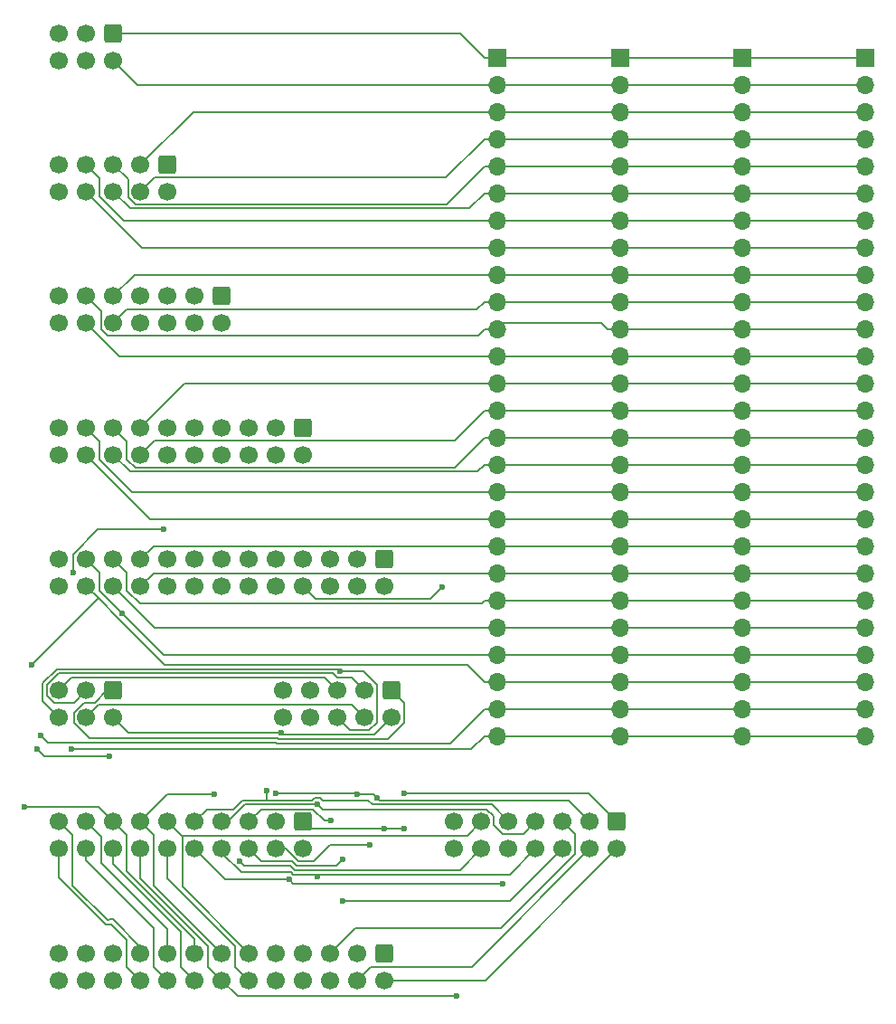
<source format=gbr>
%TF.GenerationSoftware,KiCad,Pcbnew,9.0.0*%
%TF.CreationDate,2025-04-12T15:14:54+10:00*%
%TF.ProjectId,Cable Pass Through,4361626c-6520-4506-9173-73205468726f,rev?*%
%TF.SameCoordinates,Original*%
%TF.FileFunction,Copper,L1,Top*%
%TF.FilePolarity,Positive*%
%FSLAX46Y46*%
G04 Gerber Fmt 4.6, Leading zero omitted, Abs format (unit mm)*
G04 Created by KiCad (PCBNEW 9.0.0) date 2025-04-12 15:14:54*
%MOMM*%
%LPD*%
G01*
G04 APERTURE LIST*
G04 Aperture macros list*
%AMRoundRect*
0 Rectangle with rounded corners*
0 $1 Rounding radius*
0 $2 $3 $4 $5 $6 $7 $8 $9 X,Y pos of 4 corners*
0 Add a 4 corners polygon primitive as box body*
4,1,4,$2,$3,$4,$5,$6,$7,$8,$9,$2,$3,0*
0 Add four circle primitives for the rounded corners*
1,1,$1+$1,$2,$3*
1,1,$1+$1,$4,$5*
1,1,$1+$1,$6,$7*
1,1,$1+$1,$8,$9*
0 Add four rect primitives between the rounded corners*
20,1,$1+$1,$2,$3,$4,$5,0*
20,1,$1+$1,$4,$5,$6,$7,0*
20,1,$1+$1,$6,$7,$8,$9,0*
20,1,$1+$1,$8,$9,$2,$3,0*%
G04 Aperture macros list end*
%TA.AperFunction,ComponentPad*%
%ADD10R,1.700000X1.700000*%
%TD*%
%TA.AperFunction,ComponentPad*%
%ADD11O,1.700000X1.700000*%
%TD*%
%TA.AperFunction,ComponentPad*%
%ADD12RoundRect,0.250000X-0.600000X0.600000X-0.600000X-0.600000X0.600000X-0.600000X0.600000X0.600000X0*%
%TD*%
%TA.AperFunction,ComponentPad*%
%ADD13C,1.700000*%
%TD*%
%TA.AperFunction,ViaPad*%
%ADD14C,0.600000*%
%TD*%
%TA.AperFunction,Conductor*%
%ADD15C,0.200000*%
%TD*%
G04 APERTURE END LIST*
D10*
%TO.P,J14,1,Pin_1*%
%TO.N,/PIN_01*%
X131000000Y-45240000D03*
D11*
%TO.P,J14,2,Pin_2*%
%TO.N,/PIN_02*%
X131000000Y-47780000D03*
%TO.P,J14,3,Pin_3*%
%TO.N,/PIN_03*%
X131000000Y-50320000D03*
%TO.P,J14,4,Pin_4*%
%TO.N,/PIN_04*%
X131000000Y-52860000D03*
%TO.P,J14,5,Pin_5*%
%TO.N,/PIN_05*%
X131000000Y-55400000D03*
%TO.P,J14,6,Pin_6*%
%TO.N,/PIN_06*%
X131000000Y-57940000D03*
%TO.P,J14,7,Pin_7*%
%TO.N,/PIN_07*%
X131000000Y-60480000D03*
%TO.P,J14,8,Pin_8*%
%TO.N,/PIN_08*%
X131000000Y-63020000D03*
%TO.P,J14,9,Pin_9*%
%TO.N,/PIN_09*%
X131000000Y-65560000D03*
%TO.P,J14,10,Pin_10*%
%TO.N,/PIN_10*%
X131000000Y-68100000D03*
%TO.P,J14,11,Pin_11*%
%TO.N,/PIN_11*%
X131000000Y-70640000D03*
%TO.P,J14,12,Pin_12*%
%TO.N,/PIN_12*%
X131000000Y-73180000D03*
%TO.P,J14,13,Pin_13*%
%TO.N,/PIN_13*%
X131000000Y-75720000D03*
%TO.P,J14,14,Pin_14*%
%TO.N,/PIN_14*%
X131000000Y-78260000D03*
%TO.P,J14,15,Pin_15*%
%TO.N,/PIN_15*%
X131000000Y-80800000D03*
%TO.P,J14,16,Pin_16*%
%TO.N,/PIN_16*%
X131000000Y-83340000D03*
%TO.P,J14,17,Pin_17*%
%TO.N,/PIN_17*%
X131000000Y-85880000D03*
%TO.P,J14,18,Pin_18*%
%TO.N,/PIN_18*%
X131000000Y-88420000D03*
%TO.P,J14,19,Pin_19*%
%TO.N,/PIN_19*%
X131000000Y-90960000D03*
%TO.P,J14,20,Pin_20*%
%TO.N,/PIN_20*%
X131000000Y-93500000D03*
%TO.P,J14,21,Pin_21*%
%TO.N,/PIN_21*%
X131000000Y-96040000D03*
%TO.P,J14,22,Pin_22*%
%TO.N,/PIN_22*%
X131000000Y-98580000D03*
%TO.P,J14,23,Pin_23*%
%TO.N,/PIN_23*%
X131000000Y-101120000D03*
%TO.P,J14,24,Pin_24*%
%TO.N,/PIN_24*%
X131000000Y-103660000D03*
%TO.P,J14,25,Pin_25*%
%TO.N,/PIN_25*%
X131000000Y-106200000D03*
%TO.P,J14,26,Pin_26*%
%TO.N,/PIN_26*%
X131000000Y-108740000D03*
%TD*%
D10*
%TO.P,J13,1,Pin_1*%
%TO.N,/PIN_01*%
X119500000Y-45240000D03*
D11*
%TO.P,J13,2,Pin_2*%
%TO.N,/PIN_02*%
X119500000Y-47780000D03*
%TO.P,J13,3,Pin_3*%
%TO.N,/PIN_03*%
X119500000Y-50320000D03*
%TO.P,J13,4,Pin_4*%
%TO.N,/PIN_04*%
X119500000Y-52860000D03*
%TO.P,J13,5,Pin_5*%
%TO.N,/PIN_05*%
X119500000Y-55400000D03*
%TO.P,J13,6,Pin_6*%
%TO.N,/PIN_06*%
X119500000Y-57940000D03*
%TO.P,J13,7,Pin_7*%
%TO.N,/PIN_07*%
X119500000Y-60480000D03*
%TO.P,J13,8,Pin_8*%
%TO.N,/PIN_08*%
X119500000Y-63020000D03*
%TO.P,J13,9,Pin_9*%
%TO.N,/PIN_09*%
X119500000Y-65560000D03*
%TO.P,J13,10,Pin_10*%
%TO.N,/PIN_10*%
X119500000Y-68100000D03*
%TO.P,J13,11,Pin_11*%
%TO.N,/PIN_11*%
X119500000Y-70640000D03*
%TO.P,J13,12,Pin_12*%
%TO.N,/PIN_12*%
X119500000Y-73180000D03*
%TO.P,J13,13,Pin_13*%
%TO.N,/PIN_13*%
X119500000Y-75720000D03*
%TO.P,J13,14,Pin_14*%
%TO.N,/PIN_14*%
X119500000Y-78260000D03*
%TO.P,J13,15,Pin_15*%
%TO.N,/PIN_15*%
X119500000Y-80800000D03*
%TO.P,J13,16,Pin_16*%
%TO.N,/PIN_16*%
X119500000Y-83340000D03*
%TO.P,J13,17,Pin_17*%
%TO.N,/PIN_17*%
X119500000Y-85880000D03*
%TO.P,J13,18,Pin_18*%
%TO.N,/PIN_18*%
X119500000Y-88420000D03*
%TO.P,J13,19,Pin_19*%
%TO.N,/PIN_19*%
X119500000Y-90960000D03*
%TO.P,J13,20,Pin_20*%
%TO.N,/PIN_20*%
X119500000Y-93500000D03*
%TO.P,J13,21,Pin_21*%
%TO.N,/PIN_21*%
X119500000Y-96040000D03*
%TO.P,J13,22,Pin_22*%
%TO.N,/PIN_22*%
X119500000Y-98580000D03*
%TO.P,J13,23,Pin_23*%
%TO.N,/PIN_23*%
X119500000Y-101120000D03*
%TO.P,J13,24,Pin_24*%
%TO.N,/PIN_24*%
X119500000Y-103660000D03*
%TO.P,J13,25,Pin_25*%
%TO.N,/PIN_25*%
X119500000Y-106200000D03*
%TO.P,J13,26,Pin_26*%
%TO.N,/PIN_26*%
X119500000Y-108740000D03*
%TD*%
D10*
%TO.P,J12,1,Pin_1*%
%TO.N,/PIN_01*%
X108000000Y-45240000D03*
D11*
%TO.P,J12,2,Pin_2*%
%TO.N,/PIN_02*%
X108000000Y-47780000D03*
%TO.P,J12,3,Pin_3*%
%TO.N,/PIN_03*%
X108000000Y-50320000D03*
%TO.P,J12,4,Pin_4*%
%TO.N,/PIN_04*%
X108000000Y-52860000D03*
%TO.P,J12,5,Pin_5*%
%TO.N,/PIN_05*%
X108000000Y-55400000D03*
%TO.P,J12,6,Pin_6*%
%TO.N,/PIN_06*%
X108000000Y-57940000D03*
%TO.P,J12,7,Pin_7*%
%TO.N,/PIN_07*%
X108000000Y-60480000D03*
%TO.P,J12,8,Pin_8*%
%TO.N,/PIN_08*%
X108000000Y-63020000D03*
%TO.P,J12,9,Pin_9*%
%TO.N,/PIN_09*%
X108000000Y-65560000D03*
%TO.P,J12,10,Pin_10*%
%TO.N,/PIN_10*%
X108000000Y-68100000D03*
%TO.P,J12,11,Pin_11*%
%TO.N,/PIN_11*%
X108000000Y-70640000D03*
%TO.P,J12,12,Pin_12*%
%TO.N,/PIN_12*%
X108000000Y-73180000D03*
%TO.P,J12,13,Pin_13*%
%TO.N,/PIN_13*%
X108000000Y-75720000D03*
%TO.P,J12,14,Pin_14*%
%TO.N,/PIN_14*%
X108000000Y-78260000D03*
%TO.P,J12,15,Pin_15*%
%TO.N,/PIN_15*%
X108000000Y-80800000D03*
%TO.P,J12,16,Pin_16*%
%TO.N,/PIN_16*%
X108000000Y-83340000D03*
%TO.P,J12,17,Pin_17*%
%TO.N,/PIN_17*%
X108000000Y-85880000D03*
%TO.P,J12,18,Pin_18*%
%TO.N,/PIN_18*%
X108000000Y-88420000D03*
%TO.P,J12,19,Pin_19*%
%TO.N,/PIN_19*%
X108000000Y-90960000D03*
%TO.P,J12,20,Pin_20*%
%TO.N,/PIN_20*%
X108000000Y-93500000D03*
%TO.P,J12,21,Pin_21*%
%TO.N,/PIN_21*%
X108000000Y-96040000D03*
%TO.P,J12,22,Pin_22*%
%TO.N,/PIN_22*%
X108000000Y-98580000D03*
%TO.P,J12,23,Pin_23*%
%TO.N,/PIN_23*%
X108000000Y-101120000D03*
%TO.P,J12,24,Pin_24*%
%TO.N,/PIN_24*%
X108000000Y-103660000D03*
%TO.P,J12,25,Pin_25*%
%TO.N,/PIN_25*%
X108000000Y-106200000D03*
%TO.P,J12,26,Pin_26*%
%TO.N,/PIN_26*%
X108000000Y-108740000D03*
%TD*%
D10*
%TO.P,J3,1,Pin_1*%
%TO.N,/PIN_01*%
X96500000Y-45240000D03*
D11*
%TO.P,J3,2,Pin_2*%
%TO.N,/PIN_02*%
X96500000Y-47780000D03*
%TO.P,J3,3,Pin_3*%
%TO.N,/PIN_03*%
X96500000Y-50320000D03*
%TO.P,J3,4,Pin_4*%
%TO.N,/PIN_04*%
X96500000Y-52860000D03*
%TO.P,J3,5,Pin_5*%
%TO.N,/PIN_05*%
X96500000Y-55400000D03*
%TO.P,J3,6,Pin_6*%
%TO.N,/PIN_06*%
X96500000Y-57940000D03*
%TO.P,J3,7,Pin_7*%
%TO.N,/PIN_07*%
X96500000Y-60480000D03*
%TO.P,J3,8,Pin_8*%
%TO.N,/PIN_08*%
X96500000Y-63020000D03*
%TO.P,J3,9,Pin_9*%
%TO.N,/PIN_09*%
X96500000Y-65560000D03*
%TO.P,J3,10,Pin_10*%
%TO.N,/PIN_10*%
X96500000Y-68100000D03*
%TO.P,J3,11,Pin_11*%
%TO.N,/PIN_11*%
X96500000Y-70640000D03*
%TO.P,J3,12,Pin_12*%
%TO.N,/PIN_12*%
X96500000Y-73180000D03*
%TO.P,J3,13,Pin_13*%
%TO.N,/PIN_13*%
X96500000Y-75720000D03*
%TO.P,J3,14,Pin_14*%
%TO.N,/PIN_14*%
X96500000Y-78260000D03*
%TO.P,J3,15,Pin_15*%
%TO.N,/PIN_15*%
X96500000Y-80800000D03*
%TO.P,J3,16,Pin_16*%
%TO.N,/PIN_16*%
X96500000Y-83340000D03*
%TO.P,J3,17,Pin_17*%
%TO.N,/PIN_17*%
X96500000Y-85880000D03*
%TO.P,J3,18,Pin_18*%
%TO.N,/PIN_18*%
X96500000Y-88420000D03*
%TO.P,J3,19,Pin_19*%
%TO.N,/PIN_19*%
X96500000Y-90960000D03*
%TO.P,J3,20,Pin_20*%
%TO.N,/PIN_20*%
X96500000Y-93500000D03*
%TO.P,J3,21,Pin_21*%
%TO.N,/PIN_21*%
X96500000Y-96040000D03*
%TO.P,J3,22,Pin_22*%
%TO.N,/PIN_22*%
X96500000Y-98580000D03*
%TO.P,J3,23,Pin_23*%
%TO.N,/PIN_23*%
X96500000Y-101120000D03*
%TO.P,J3,24,Pin_24*%
%TO.N,/PIN_24*%
X96500000Y-103660000D03*
%TO.P,J3,25,Pin_25*%
%TO.N,/PIN_25*%
X96500000Y-106200000D03*
%TO.P,J3,26,Pin_26*%
%TO.N,/PIN_26*%
X96500000Y-108740000D03*
%TD*%
D12*
%TO.P,J6,1,Pin_1*%
%TO.N,/PIN_01*%
X78350000Y-79862600D03*
D13*
%TO.P,J6,2,Pin_2*%
%TO.N,/PIN_02*%
X78350000Y-82402600D03*
%TO.P,J6,3,Pin_3*%
%TO.N,/PIN_03*%
X75810000Y-79862600D03*
%TO.P,J6,4,Pin_4*%
%TO.N,/PIN_04*%
X75810000Y-82402600D03*
%TO.P,J6,5,Pin_5*%
%TO.N,/PIN_05*%
X73270000Y-79862600D03*
%TO.P,J6,6,Pin_6*%
%TO.N,/PIN_06*%
X73270000Y-82402600D03*
%TO.P,J6,7,Pin_7*%
%TO.N,/PIN_07*%
X70730000Y-79862600D03*
%TO.P,J6,8,Pin_8*%
%TO.N,/PIN_08*%
X70730000Y-82402600D03*
%TO.P,J6,9,Pin_9*%
%TO.N,/PIN_09*%
X68190000Y-79862600D03*
%TO.P,J6,10,Pin_10*%
%TO.N,/PIN_10*%
X68190000Y-82402600D03*
%TO.P,J6,11,Pin_11*%
%TO.N,/PIN_11*%
X65650000Y-79862600D03*
%TO.P,J6,12,Pin_12*%
%TO.N,/PIN_12*%
X65650000Y-82402600D03*
%TO.P,J6,13,Pin_13*%
%TO.N,/PIN_13*%
X63110000Y-79862600D03*
%TO.P,J6,14,Pin_14*%
%TO.N,/PIN_14*%
X63110000Y-82402600D03*
%TO.P,J6,15,Pin_15*%
%TO.N,/PIN_15*%
X60570000Y-79862600D03*
%TO.P,J6,16,Pin_16*%
%TO.N,/PIN_16*%
X60570000Y-82402600D03*
%TO.P,J6,17,Pin_17*%
%TO.N,/PIN_17*%
X58030000Y-79862600D03*
%TO.P,J6,18,Pin_18*%
%TO.N,/PIN_18*%
X58030000Y-82402600D03*
%TO.P,J6,19,Pin_19*%
%TO.N,/PIN_19*%
X55490000Y-79862600D03*
%TO.P,J6,20,Pin_20*%
%TO.N,/PIN_20*%
X55490000Y-82402600D03*
%TD*%
D12*
%TO.P,J10,1,Pin_1*%
%TO.N,/PIN_01*%
X78350000Y-116765100D03*
D13*
%TO.P,J10,2,Pin_2*%
%TO.N,/PIN_02*%
X78350000Y-119305100D03*
%TO.P,J10,3,Pin_3*%
%TO.N,/PIN_03*%
X75810000Y-116765100D03*
%TO.P,J10,4,Pin_4*%
%TO.N,/PIN_04*%
X75810000Y-119305100D03*
%TO.P,J10,5,Pin_5*%
%TO.N,/PIN_05*%
X73270000Y-116765100D03*
%TO.P,J10,6,Pin_6*%
%TO.N,/PIN_06*%
X73270000Y-119305100D03*
%TO.P,J10,7,Pin_7*%
%TO.N,/PIN_07*%
X70730000Y-116765100D03*
%TO.P,J10,8,Pin_8*%
%TO.N,/PIN_08*%
X70730000Y-119305100D03*
%TO.P,J10,9,Pin_9*%
%TO.N,/PIN_09*%
X68190000Y-116765100D03*
%TO.P,J10,10,Pin_10*%
%TO.N,/PIN_10*%
X68190000Y-119305100D03*
%TO.P,J10,11,Pin_11*%
%TO.N,/PIN_11*%
X65650000Y-116765100D03*
%TO.P,J10,12,Pin_12*%
%TO.N,/PIN_12*%
X65650000Y-119305100D03*
%TO.P,J10,13,Pin_13*%
%TO.N,/PIN_13*%
X63110000Y-116765100D03*
%TO.P,J10,14,Pin_14*%
%TO.N,/PIN_14*%
X63110000Y-119305100D03*
%TO.P,J10,15,Pin_15*%
%TO.N,/PIN_15*%
X60570000Y-116765100D03*
%TO.P,J10,16,Pin_16*%
%TO.N,/PIN_16*%
X60570000Y-119305100D03*
%TO.P,J10,17,Pin_17*%
%TO.N,/PIN_17*%
X58030000Y-116765100D03*
%TO.P,J10,18,Pin_18*%
%TO.N,/PIN_18*%
X58030000Y-119305100D03*
%TO.P,J10,19,Pin_19*%
%TO.N,/PIN_19*%
X55490000Y-116765100D03*
%TO.P,J10,20,Pin_20*%
%TO.N,/PIN_20*%
X55490000Y-119305100D03*
%TD*%
D12*
%TO.P,J8,1,Pin_1*%
%TO.N,/PIN_01*%
X86620000Y-104464300D03*
D13*
%TO.P,J8,2,Pin_2*%
%TO.N,/PIN_02*%
X86620000Y-107004300D03*
%TO.P,J8,3,Pin_3*%
%TO.N,/PIN_03*%
X84080000Y-104464300D03*
%TO.P,J8,4,Pin_4*%
%TO.N,/PIN_04*%
X84080000Y-107004300D03*
%TO.P,J8,5,Pin_5*%
%TO.N,/PIN_05*%
X81540000Y-104464300D03*
%TO.P,J8,6,Pin_6*%
%TO.N,/PIN_06*%
X81540000Y-107004300D03*
%TO.P,J8,7,Pin_7*%
%TO.N,/PIN_07*%
X79000000Y-104464300D03*
%TO.P,J8,8,Pin_8*%
%TO.N,/PIN_08*%
X79000000Y-107004300D03*
%TO.P,J8,9,Pin_9*%
%TO.N,/PIN_09*%
X76460000Y-104464300D03*
%TO.P,J8,10,Pin_10*%
%TO.N,/PIN_10*%
X76460000Y-107004300D03*
%TD*%
D12*
%TO.P,J4,1,Pin_1*%
%TO.N,/PIN_01*%
X65650000Y-55260900D03*
D13*
%TO.P,J4,2,Pin_2*%
%TO.N,/PIN_02*%
X65650000Y-57800900D03*
%TO.P,J4,3,Pin_3*%
%TO.N,/PIN_03*%
X63110000Y-55260900D03*
%TO.P,J4,4,Pin_4*%
%TO.N,/PIN_04*%
X63110000Y-57800900D03*
%TO.P,J4,5,Pin_5*%
%TO.N,/PIN_05*%
X60570000Y-55260900D03*
%TO.P,J4,6,Pin_6*%
%TO.N,/PIN_06*%
X60570000Y-57800900D03*
%TO.P,J4,7,Pin_7*%
%TO.N,/PIN_07*%
X58030000Y-55260900D03*
%TO.P,J4,8,Pin_8*%
%TO.N,/PIN_08*%
X58030000Y-57800900D03*
%TO.P,J4,9,Pin_9*%
%TO.N,/PIN_09*%
X55490000Y-55260900D03*
%TO.P,J4,10,Pin_10*%
%TO.N,/PIN_10*%
X55490000Y-57800900D03*
%TD*%
D12*
%TO.P,J1,1,Pin_1*%
%TO.N,/PIN_01*%
X60580000Y-104464300D03*
D13*
%TO.P,J1,2,Pin_2*%
%TO.N,/PIN_02*%
X60580000Y-107004300D03*
%TO.P,J1,3,Pin_3*%
%TO.N,/PIN_03*%
X58040000Y-104464300D03*
%TO.P,J1,4,Pin_4*%
%TO.N,/PIN_04*%
X58040000Y-107004300D03*
%TO.P,J1,5,Pin_5*%
%TO.N,/PIN_05*%
X55500000Y-104464300D03*
%TO.P,J1,6,Pin_6*%
%TO.N,/PIN_06*%
X55500000Y-107004300D03*
%TD*%
D12*
%TO.P,J9,1,Pin_1*%
%TO.N,/PIN_01*%
X107740000Y-116765100D03*
D13*
%TO.P,J9,2,Pin_2*%
%TO.N,/PIN_02*%
X107740000Y-119305100D03*
%TO.P,J9,3,Pin_3*%
%TO.N,/PIN_03*%
X105200000Y-116765100D03*
%TO.P,J9,4,Pin_4*%
%TO.N,/PIN_04*%
X105200000Y-119305100D03*
%TO.P,J9,5,Pin_5*%
%TO.N,/PIN_05*%
X102660000Y-116765100D03*
%TO.P,J9,6,Pin_6*%
%TO.N,/PIN_06*%
X102660000Y-119305100D03*
%TO.P,J9,7,Pin_7*%
%TO.N,/PIN_07*%
X100120000Y-116765100D03*
%TO.P,J9,8,Pin_8*%
%TO.N,/PIN_08*%
X100120000Y-119305100D03*
%TO.P,J9,9,Pin_9*%
%TO.N,/PIN_09*%
X97580000Y-116765100D03*
%TO.P,J9,10,Pin_10*%
%TO.N,/PIN_10*%
X97580000Y-119305100D03*
%TO.P,J9,11,Pin_11*%
%TO.N,/PIN_11*%
X95040000Y-116765100D03*
%TO.P,J9,12,Pin_12*%
%TO.N,/PIN_12*%
X95040000Y-119305100D03*
%TO.P,J9,13,Pin_13*%
%TO.N,/PIN_13*%
X92500000Y-116765100D03*
%TO.P,J9,14,Pin_14*%
%TO.N,/PIN_14*%
X92500000Y-119305100D03*
%TD*%
D12*
%TO.P,J2,1,Pin_1*%
%TO.N,/PIN_01*%
X60580000Y-42960000D03*
D13*
%TO.P,J2,2,Pin_2*%
%TO.N,/PIN_02*%
X60580000Y-45500000D03*
%TO.P,J2,3,Pin_3*%
%TO.N,/PIN_03*%
X58040000Y-42960000D03*
%TO.P,J2,4,Pin_4*%
%TO.N,/PIN_04*%
X58040000Y-45500000D03*
%TO.P,J2,5,Pin_5*%
%TO.N,/PIN_05*%
X55500000Y-42960000D03*
%TO.P,J2,6,Pin_6*%
%TO.N,/PIN_06*%
X55500000Y-45500000D03*
%TD*%
D12*
%TO.P,J7,1,Pin_1*%
%TO.N,/PIN_01*%
X85970000Y-129066000D03*
D13*
%TO.P,J7,2,Pin_2*%
%TO.N,/PIN_02*%
X85970000Y-131606000D03*
%TO.P,J7,3,Pin_3*%
%TO.N,/PIN_03*%
X83430000Y-129066000D03*
%TO.P,J7,4,Pin_4*%
%TO.N,/PIN_04*%
X83430000Y-131606000D03*
%TO.P,J7,5,Pin_5*%
%TO.N,/PIN_05*%
X80890000Y-129066000D03*
%TO.P,J7,6,Pin_6*%
%TO.N,/PIN_06*%
X80890000Y-131606000D03*
%TO.P,J7,7,Pin_7*%
%TO.N,/PIN_07*%
X78350000Y-129066000D03*
%TO.P,J7,8,Pin_8*%
%TO.N,/PIN_08*%
X78350000Y-131606000D03*
%TO.P,J7,9,Pin_9*%
%TO.N,/PIN_09*%
X75810000Y-129066000D03*
%TO.P,J7,10,Pin_10*%
%TO.N,/PIN_10*%
X75810000Y-131606000D03*
%TO.P,J7,11,Pin_11*%
%TO.N,/PIN_11*%
X73270000Y-129066000D03*
%TO.P,J7,12,Pin_12*%
%TO.N,/PIN_12*%
X73270000Y-131606000D03*
%TO.P,J7,13,Pin_13*%
%TO.N,/PIN_13*%
X70730000Y-129066000D03*
%TO.P,J7,14,Pin_14*%
%TO.N,/PIN_14*%
X70730000Y-131606000D03*
%TO.P,J7,15,Pin_15*%
%TO.N,/PIN_15*%
X68190000Y-129066000D03*
%TO.P,J7,16,Pin_16*%
%TO.N,/PIN_16*%
X68190000Y-131606000D03*
%TO.P,J7,17,Pin_17*%
%TO.N,/PIN_17*%
X65650000Y-129066000D03*
%TO.P,J7,18,Pin_18*%
%TO.N,/PIN_18*%
X65650000Y-131606000D03*
%TO.P,J7,19,Pin_19*%
%TO.N,/PIN_19*%
X63110000Y-129066000D03*
%TO.P,J7,20,Pin_20*%
%TO.N,/PIN_20*%
X63110000Y-131606000D03*
%TO.P,J7,21,Pin_21*%
%TO.N,/PIN_21*%
X60570000Y-129066000D03*
%TO.P,J7,22,Pin_22*%
%TO.N,/PIN_22*%
X60570000Y-131606000D03*
%TO.P,J7,23,Pin_23*%
%TO.N,/PIN_23*%
X58030000Y-129066000D03*
%TO.P,J7,24,Pin_24*%
%TO.N,/PIN_24*%
X58030000Y-131606000D03*
%TO.P,J7,25,Pin_25*%
%TO.N,/PIN_25*%
X55490000Y-129066000D03*
%TO.P,J7,26,Pin_26*%
%TO.N,/PIN_26*%
X55490000Y-131606000D03*
%TD*%
D12*
%TO.P,J5,1,Pin_1*%
%TO.N,/PIN_01*%
X70730000Y-67561700D03*
D13*
%TO.P,J5,2,Pin_2*%
%TO.N,/PIN_02*%
X70730000Y-70101700D03*
%TO.P,J5,3,Pin_3*%
%TO.N,/PIN_03*%
X68190000Y-67561700D03*
%TO.P,J5,4,Pin_4*%
%TO.N,/PIN_04*%
X68190000Y-70101700D03*
%TO.P,J5,5,Pin_5*%
%TO.N,/PIN_05*%
X65650000Y-67561700D03*
%TO.P,J5,6,Pin_6*%
%TO.N,/PIN_06*%
X65650000Y-70101700D03*
%TO.P,J5,7,Pin_7*%
%TO.N,/PIN_07*%
X63110000Y-67561700D03*
%TO.P,J5,8,Pin_8*%
%TO.N,/PIN_08*%
X63110000Y-70101700D03*
%TO.P,J5,9,Pin_9*%
%TO.N,/PIN_09*%
X60570000Y-67561700D03*
%TO.P,J5,10,Pin_10*%
%TO.N,/PIN_10*%
X60570000Y-70101700D03*
%TO.P,J5,11,Pin_11*%
%TO.N,/PIN_11*%
X58030000Y-67561700D03*
%TO.P,J5,12,Pin_12*%
%TO.N,/PIN_12*%
X58030000Y-70101700D03*
%TO.P,J5,13,Pin_13*%
%TO.N,/PIN_13*%
X55490000Y-67561700D03*
%TO.P,J5,14,Pin_14*%
%TO.N,/PIN_14*%
X55490000Y-70101700D03*
%TD*%
D12*
%TO.P,J11,1,Pin_1*%
%TO.N,/PIN_01*%
X85970000Y-92163400D03*
D13*
%TO.P,J11,2,Pin_2*%
%TO.N,/PIN_02*%
X85970000Y-94703400D03*
%TO.P,J11,3,Pin_3*%
%TO.N,/PIN_03*%
X83430000Y-92163400D03*
%TO.P,J11,4,Pin_4*%
%TO.N,/PIN_04*%
X83430000Y-94703400D03*
%TO.P,J11,5,Pin_5*%
%TO.N,/PIN_05*%
X80890000Y-92163400D03*
%TO.P,J11,6,Pin_6*%
%TO.N,/PIN_06*%
X80890000Y-94703400D03*
%TO.P,J11,7,Pin_7*%
%TO.N,/PIN_07*%
X78350000Y-92163400D03*
%TO.P,J11,8,Pin_8*%
%TO.N,/PIN_08*%
X78350000Y-94703400D03*
%TO.P,J11,9,Pin_9*%
%TO.N,/PIN_09*%
X75810000Y-92163400D03*
%TO.P,J11,10,Pin_10*%
%TO.N,/PIN_10*%
X75810000Y-94703400D03*
%TO.P,J11,11,Pin_11*%
%TO.N,/PIN_11*%
X73270000Y-92163400D03*
%TO.P,J11,12,Pin_12*%
%TO.N,/PIN_12*%
X73270000Y-94703400D03*
%TO.P,J11,13,Pin_13*%
%TO.N,/PIN_13*%
X70730000Y-92163400D03*
%TO.P,J11,14,Pin_14*%
%TO.N,/PIN_14*%
X70730000Y-94703400D03*
%TO.P,J11,15,Pin_15*%
%TO.N,/PIN_15*%
X68190000Y-92163400D03*
%TO.P,J11,16,Pin_16*%
%TO.N,/PIN_16*%
X68190000Y-94703400D03*
%TO.P,J11,17,Pin_17*%
%TO.N,/PIN_17*%
X65650000Y-92163400D03*
%TO.P,J11,18,Pin_18*%
%TO.N,/PIN_18*%
X65650000Y-94703400D03*
%TO.P,J11,19,Pin_19*%
%TO.N,/PIN_19*%
X63110000Y-92163400D03*
%TO.P,J11,20,Pin_20*%
%TO.N,/PIN_20*%
X63110000Y-94703400D03*
%TO.P,J11,21,Pin_21*%
%TO.N,/PIN_21*%
X60570000Y-92163400D03*
%TO.P,J11,22,Pin_22*%
%TO.N,/PIN_22*%
X60570000Y-94703400D03*
%TO.P,J11,23,Pin_23*%
%TO.N,/PIN_23*%
X58030000Y-92163400D03*
%TO.P,J11,24,Pin_24*%
%TO.N,/PIN_24*%
X58030000Y-94703400D03*
%TO.P,J11,25,Pin_25*%
%TO.N,/PIN_25*%
X55490000Y-92163400D03*
%TO.P,J11,26,Pin_26*%
%TO.N,/PIN_26*%
X55490000Y-94703400D03*
%TD*%
D14*
%TO.N,/PIN_26*%
X56680500Y-109999100D03*
%TO.N,/PIN_25*%
X53790100Y-108694600D03*
%TO.N,/PIN_24*%
X52916900Y-102077800D03*
%TO.N,/PIN_23*%
X61376100Y-97222100D03*
X60198700Y-110600800D03*
X53395100Y-109925900D03*
%TO.N,/PIN_17*%
X65324600Y-89426700D03*
X56780700Y-93419600D03*
%TO.N,/PIN_15*%
X52258700Y-115371700D03*
%TO.N,/PIN_14*%
X92724200Y-133116900D03*
%TO.N,/PIN_13*%
X70040600Y-114222200D03*
%TO.N,/PIN_12*%
X72380000Y-120493000D03*
%TO.N,/PIN_10*%
X77018700Y-122169400D03*
X97047000Y-122554700D03*
%TO.N,/PIN_09*%
X74954200Y-113879800D03*
%TO.N,/PIN_08*%
X79642100Y-121898200D03*
X91386400Y-94770000D03*
%TO.N,/PIN_07*%
X79697800Y-115095500D03*
%TO.N,/PIN_06*%
X82082500Y-120273900D03*
X82082500Y-124213000D03*
X81757000Y-102677300D03*
%TO.N,/PIN_05*%
X80952500Y-116673000D03*
%TO.N,/PIN_04*%
X84617300Y-118972700D03*
%TO.N,/PIN_03*%
X85231700Y-114495100D03*
X75808400Y-114092100D03*
X83430000Y-114161600D03*
%TO.N,/PIN_02*%
X76278000Y-108442400D03*
%TO.N,/PIN_01*%
X87782400Y-114095000D03*
X87782400Y-117399200D03*
X85970000Y-117399200D03*
%TD*%
D15*
%TO.N,/PIN_26*%
X95924200Y-108740000D02*
X95348300Y-108740000D01*
X95924200Y-108740000D02*
X96500000Y-108740000D01*
X96500000Y-108740000D02*
X108000000Y-108740000D01*
X108000000Y-108740000D02*
X119500000Y-108740000D01*
X119500000Y-108740000D02*
X131000000Y-108740000D01*
X94089200Y-109999100D02*
X56680500Y-109999100D01*
X95348300Y-108740000D02*
X94089200Y-109999100D01*
%TO.N,/PIN_25*%
X108000000Y-106200000D02*
X119500000Y-106200000D01*
X119500000Y-106200000D02*
X131000000Y-106200000D01*
X108000000Y-106200000D02*
X96500000Y-106200000D01*
X96500000Y-106200000D02*
X95348300Y-106200000D01*
X54478100Y-109382600D02*
X53790100Y-108694600D01*
X75799400Y-109382600D02*
X54478100Y-109382600D01*
X75862600Y-109445800D02*
X75799400Y-109382600D01*
X92102500Y-109445800D02*
X75862600Y-109445800D01*
X95348300Y-106200000D02*
X92102500Y-109445800D01*
%TO.N,/PIN_24*%
X108000000Y-103660000D02*
X119500000Y-103660000D01*
X119500000Y-103660000D02*
X131000000Y-103660000D01*
X108000000Y-103660000D02*
X96500000Y-103660000D01*
X96500000Y-103660000D02*
X95348300Y-103660000D01*
X93763100Y-102074800D02*
X95348300Y-103660000D01*
X65401400Y-102074800D02*
X93763100Y-102074800D01*
X61150400Y-97823800D02*
X65401400Y-102074800D01*
X61127000Y-97823800D02*
X61150400Y-97823800D01*
X59149000Y-95845700D02*
X61127000Y-97823800D01*
X59149000Y-95822400D02*
X59149000Y-95845700D01*
X58030000Y-94703400D02*
X59149000Y-95822400D01*
X59149000Y-95845700D02*
X52916900Y-102077800D01*
%TO.N,/PIN_23*%
X108000000Y-101120000D02*
X119500000Y-101120000D01*
X119500000Y-101120000D02*
X131000000Y-101120000D01*
X108000000Y-101120000D02*
X96500000Y-101120000D01*
X54070000Y-110600800D02*
X60198700Y-110600800D01*
X53395100Y-109925900D02*
X54070000Y-110600800D01*
X65274000Y-101120000D02*
X61376100Y-97222100D01*
X96500000Y-101120000D02*
X65274000Y-101120000D01*
X59300000Y-93433400D02*
X58030000Y-92163400D01*
X59300000Y-95146000D02*
X59300000Y-93433400D01*
X61376100Y-97222100D02*
X59300000Y-95146000D01*
%TO.N,/PIN_22*%
X96500000Y-98580000D02*
X108000000Y-98580000D01*
X108000000Y-98580000D02*
X119500000Y-98580000D01*
X119500000Y-98580000D02*
X131000000Y-98580000D01*
X96500000Y-98580000D02*
X95348300Y-98580000D01*
X64446600Y-98580000D02*
X95348300Y-98580000D01*
X60570000Y-94703400D02*
X64446600Y-98580000D01*
%TO.N,/PIN_21*%
X108000000Y-96040000D02*
X119500000Y-96040000D01*
X119500000Y-96040000D02*
X131000000Y-96040000D01*
X108000000Y-96040000D02*
X96500000Y-96040000D01*
X95047000Y-96341300D02*
X95348300Y-96040000D01*
X63053100Y-96341300D02*
X95047000Y-96341300D01*
X61840000Y-95128200D02*
X63053100Y-96341300D01*
X61840000Y-93433400D02*
X61840000Y-95128200D01*
X60570000Y-92163400D02*
X61840000Y-93433400D01*
X96500000Y-96040000D02*
X95348300Y-96040000D01*
%TO.N,/PIN_20*%
X64313400Y-93500000D02*
X96500000Y-93500000D01*
X63110000Y-94703400D02*
X64313400Y-93500000D01*
X96500000Y-93500000D02*
X108000000Y-93500000D01*
X108000000Y-93500000D02*
X119500000Y-93500000D01*
X119500000Y-93500000D02*
X131000000Y-93500000D01*
X61840000Y-130336000D02*
X63110000Y-131606000D01*
X61840000Y-127796000D02*
X61840000Y-130336000D01*
X60391900Y-126347900D02*
X61840000Y-127796000D01*
X60309300Y-126347900D02*
X60391900Y-126347900D01*
X60259300Y-126397900D02*
X60309300Y-126347900D01*
X59876100Y-126397900D02*
X60259300Y-126397900D01*
X55490000Y-122011800D02*
X59876100Y-126397900D01*
X55490000Y-119305100D02*
X55490000Y-122011800D01*
%TO.N,/PIN_19*%
X64313400Y-90960000D02*
X96500000Y-90960000D01*
X63110000Y-92163400D02*
X64313400Y-90960000D01*
X96500000Y-90960000D02*
X108000000Y-90960000D01*
X108000000Y-90960000D02*
X119500000Y-90960000D01*
X119500000Y-90960000D02*
X131000000Y-90960000D01*
X56760000Y-118035100D02*
X55490000Y-116765100D01*
X56760000Y-122713800D02*
X56760000Y-118035100D01*
X60026400Y-125980200D02*
X56760000Y-122713800D01*
X60109000Y-125980200D02*
X60026400Y-125980200D01*
X60184300Y-125904900D02*
X60109000Y-125980200D01*
X60516900Y-125904900D02*
X60184300Y-125904900D01*
X63110000Y-128498000D02*
X60516900Y-125904900D01*
X63110000Y-129066000D02*
X63110000Y-128498000D01*
%TO.N,/PIN_18*%
X64380000Y-130336000D02*
X65650000Y-131606000D01*
X64380000Y-126708500D02*
X64380000Y-130336000D01*
X58030000Y-120358500D02*
X64380000Y-126708500D01*
X58030000Y-119305100D02*
X58030000Y-120358500D01*
X108000000Y-88420000D02*
X119500000Y-88420000D01*
X119500000Y-88420000D02*
X131000000Y-88420000D01*
X108000000Y-88420000D02*
X96500000Y-88420000D01*
X64047400Y-88420000D02*
X96500000Y-88420000D01*
X58030000Y-82402600D02*
X64047400Y-88420000D01*
%TO.N,/PIN_17*%
X65649900Y-129066000D02*
X65650000Y-129066000D01*
X65649900Y-126842400D02*
X65649900Y-129066000D01*
X59418300Y-120610800D02*
X65649900Y-126842400D01*
X59418300Y-118153400D02*
X59418300Y-120610800D01*
X58030000Y-116765100D02*
X59418300Y-118153400D01*
X95924200Y-85880000D02*
X95348300Y-85880000D01*
X95924200Y-85880000D02*
X96500000Y-85880000D01*
X96500000Y-85880000D02*
X108000000Y-85880000D01*
X108000000Y-85880000D02*
X119500000Y-85880000D01*
X119500000Y-85880000D02*
X131000000Y-85880000D01*
X59300000Y-81132600D02*
X58030000Y-79862600D01*
X59300000Y-82846000D02*
X59300000Y-81132600D01*
X62334000Y-85880000D02*
X59300000Y-82846000D01*
X95348300Y-85880000D02*
X62334000Y-85880000D01*
X59078800Y-89426700D02*
X65324600Y-89426700D01*
X56780700Y-91724800D02*
X59078800Y-89426700D01*
X56780700Y-93419600D02*
X56780700Y-91724800D01*
%TO.N,/PIN_16*%
X66920000Y-130336000D02*
X68190000Y-131606000D01*
X66920000Y-127080200D02*
X66920000Y-130336000D01*
X60570000Y-120730200D02*
X66920000Y-127080200D01*
X60570000Y-119305100D02*
X60570000Y-120730200D01*
X95924200Y-83340000D02*
X95348300Y-83340000D01*
X95924200Y-83340000D02*
X96500000Y-83340000D01*
X96500000Y-83340000D02*
X108000000Y-83340000D01*
X108000000Y-83340000D02*
X119500000Y-83340000D01*
X119500000Y-83340000D02*
X131000000Y-83340000D01*
X94686000Y-84002300D02*
X95348300Y-83340000D01*
X62169700Y-84002300D02*
X94686000Y-84002300D01*
X60570000Y-82402600D02*
X62169700Y-84002300D01*
%TO.N,/PIN_15*%
X68190000Y-127782100D02*
X68190000Y-129066000D01*
X61840000Y-121432100D02*
X68190000Y-127782100D01*
X61840000Y-118035100D02*
X61840000Y-121432100D01*
X60570000Y-116765100D02*
X61840000Y-118035100D01*
X96500000Y-80800000D02*
X108000000Y-80800000D01*
X108000000Y-80800000D02*
X119500000Y-80800000D01*
X119500000Y-80800000D02*
X131000000Y-80800000D01*
X92547700Y-83600600D02*
X95348300Y-80800000D01*
X62618500Y-83600600D02*
X92547700Y-83600600D01*
X61850600Y-82832700D02*
X62618500Y-83600600D01*
X61850600Y-81143200D02*
X61850600Y-82832700D01*
X60570000Y-79862600D02*
X61850600Y-81143200D01*
X96500000Y-80800000D02*
X95348300Y-80800000D01*
X59176600Y-115371700D02*
X52258700Y-115371700D01*
X60570000Y-116765100D02*
X59176600Y-115371700D01*
%TO.N,/PIN_14*%
X69460000Y-130336000D02*
X70730000Y-131606000D01*
X69460000Y-128448700D02*
X69460000Y-130336000D01*
X63110000Y-122098700D02*
X69460000Y-128448700D01*
X63110000Y-119305100D02*
X63110000Y-122098700D01*
X96500000Y-78260000D02*
X108000000Y-78260000D01*
X108000000Y-78260000D02*
X119500000Y-78260000D01*
X119500000Y-78260000D02*
X131000000Y-78260000D01*
X64449600Y-81063000D02*
X63110000Y-82402600D01*
X92545300Y-81063000D02*
X64449600Y-81063000D01*
X95348300Y-78260000D02*
X92545300Y-81063000D01*
X96500000Y-78260000D02*
X95348300Y-78260000D01*
X72240900Y-133116900D02*
X92724200Y-133116900D01*
X70730000Y-131606000D02*
X72240900Y-133116900D01*
%TO.N,/PIN_13*%
X64380000Y-118035100D02*
X63110000Y-116765100D01*
X64380000Y-122716000D02*
X64380000Y-118035100D01*
X70730000Y-129066000D02*
X64380000Y-122716000D01*
X108000000Y-75720000D02*
X119500000Y-75720000D01*
X119500000Y-75720000D02*
X131000000Y-75720000D01*
X108000000Y-75720000D02*
X96500000Y-75720000D01*
X67252600Y-75720000D02*
X63110000Y-79862600D01*
X96500000Y-75720000D02*
X67252600Y-75720000D01*
X65652900Y-114222200D02*
X63110000Y-116765100D01*
X70040600Y-114222200D02*
X65652900Y-114222200D01*
%TO.N,/PIN_12*%
X72000000Y-130336000D02*
X73270000Y-131606000D01*
X72000000Y-128448700D02*
X72000000Y-130336000D01*
X65650000Y-122098700D02*
X72000000Y-128448700D01*
X65650000Y-119305100D02*
X65650000Y-122098700D01*
X96500000Y-73180000D02*
X108000000Y-73180000D01*
X108000000Y-73180000D02*
X119500000Y-73180000D01*
X119500000Y-73180000D02*
X131000000Y-73180000D01*
X61108300Y-73180000D02*
X96500000Y-73180000D01*
X58030000Y-70101700D02*
X61108300Y-73180000D01*
X93048700Y-121296400D02*
X95040000Y-119305100D01*
X77564700Y-121296400D02*
X93048700Y-121296400D01*
X77164500Y-120896200D02*
X77564700Y-121296400D01*
X72783200Y-120896200D02*
X77164500Y-120896200D01*
X72380000Y-120493000D02*
X72783200Y-120896200D01*
%TO.N,/PIN_11*%
X96500000Y-70640000D02*
X96500000Y-70064100D01*
X106272400Y-70064100D02*
X106848300Y-70640000D01*
X96500000Y-70064100D02*
X106272400Y-70064100D01*
X107424200Y-70640000D02*
X106848300Y-70640000D01*
X107424200Y-70640000D02*
X108000000Y-70640000D01*
X108000000Y-70640000D02*
X119500000Y-70640000D01*
X119500000Y-70640000D02*
X131000000Y-70640000D01*
X94707800Y-71280500D02*
X95348300Y-70640000D01*
X60061000Y-71280500D02*
X94707800Y-71280500D01*
X59418300Y-70637800D02*
X60061000Y-71280500D01*
X59418300Y-68950000D02*
X59418300Y-70637800D01*
X58030000Y-67561700D02*
X59418300Y-68950000D01*
X96500000Y-70640000D02*
X95348300Y-70640000D01*
X67036900Y-122832900D02*
X67036900Y-118053100D01*
X73270000Y-129066000D02*
X67036900Y-122832900D01*
X66938000Y-118053100D02*
X67036900Y-118053100D01*
X65650000Y-116765100D02*
X66938000Y-118053100D01*
X93752000Y-118053100D02*
X95040000Y-116765100D01*
X67036900Y-118053100D02*
X93752000Y-118053100D01*
%TO.N,/PIN_10*%
X108000000Y-68100000D02*
X119500000Y-68100000D01*
X119500000Y-68100000D02*
X131000000Y-68100000D01*
X96500000Y-68100000D02*
X108000000Y-68100000D01*
X61839600Y-68832100D02*
X60570000Y-70101700D01*
X94616200Y-68832100D02*
X61839600Y-68832100D01*
X95348300Y-68100000D02*
X94616200Y-68832100D01*
X96500000Y-68100000D02*
X95348300Y-68100000D01*
X71054300Y-122169400D02*
X77018700Y-122169400D01*
X68190000Y-119305100D02*
X71054300Y-122169400D01*
X77404000Y-122554700D02*
X97047000Y-122554700D01*
X77018700Y-122169400D02*
X77404000Y-122554700D01*
%TO.N,/PIN_09*%
X108000000Y-65560000D02*
X119500000Y-65560000D01*
X119500000Y-65560000D02*
X131000000Y-65560000D01*
X108000000Y-65560000D02*
X96500000Y-65560000D01*
X62571700Y-65560000D02*
X60570000Y-67561700D01*
X96500000Y-65560000D02*
X62571700Y-65560000D01*
X74954200Y-114763400D02*
X74954200Y-113879800D01*
X72649000Y-114763400D02*
X74954200Y-114763400D01*
X71799000Y-115613400D02*
X72649000Y-114763400D01*
X69341700Y-115613400D02*
X71799000Y-115613400D01*
X68190000Y-116765100D02*
X69341700Y-115613400D01*
X79179100Y-114763400D02*
X74954200Y-114763400D01*
X79448700Y-114493800D02*
X79179100Y-114763400D01*
X79947000Y-114493800D02*
X79448700Y-114493800D01*
X80216600Y-114763400D02*
X79947000Y-114493800D01*
X84416800Y-114763400D02*
X80216600Y-114763400D01*
X84818500Y-115165100D02*
X84416800Y-114763400D01*
X95980000Y-115165100D02*
X84818500Y-115165100D01*
X97580000Y-116765100D02*
X95980000Y-115165100D01*
%TO.N,/PIN_08*%
X96500000Y-63020000D02*
X108000000Y-63020000D01*
X108000000Y-63020000D02*
X119500000Y-63020000D01*
X119500000Y-63020000D02*
X131000000Y-63020000D01*
X79642100Y-121698100D02*
X79642100Y-121898200D01*
X77398400Y-121698100D02*
X79642100Y-121698100D01*
X77196800Y-121496500D02*
X77398400Y-121698100D01*
X72532700Y-121496500D02*
X77196800Y-121496500D01*
X70730000Y-119693800D02*
X72532700Y-121496500D01*
X70730000Y-119305100D02*
X70730000Y-119693800D01*
X97727000Y-121698100D02*
X79642100Y-121698100D01*
X100120000Y-119305100D02*
X97727000Y-121698100D01*
X63249100Y-63020000D02*
X96500000Y-63020000D01*
X58030000Y-57800900D02*
X63249100Y-63020000D01*
X90266500Y-95889900D02*
X91386400Y-94770000D01*
X79536500Y-95889900D02*
X90266500Y-95889900D01*
X78350000Y-94703400D02*
X79536500Y-95889900D01*
%TO.N,/PIN_07*%
X96500000Y-60480000D02*
X108000000Y-60480000D01*
X108000000Y-60480000D02*
X119500000Y-60480000D01*
X119500000Y-60480000D02*
X131000000Y-60480000D01*
X59300000Y-56530900D02*
X58030000Y-55260900D01*
X59300000Y-58244300D02*
X59300000Y-56530900D01*
X61535700Y-60480000D02*
X59300000Y-58244300D01*
X96500000Y-60480000D02*
X61535700Y-60480000D01*
X98952000Y-117933100D02*
X100120000Y-116765100D01*
X97050600Y-117933100D02*
X98952000Y-117933100D01*
X96191700Y-117074200D02*
X97050600Y-117933100D01*
X96191700Y-116236100D02*
X96191700Y-117074200D01*
X95551100Y-115595500D02*
X96191700Y-116236100D01*
X80168700Y-115595500D02*
X95551100Y-115595500D01*
X79697800Y-115124600D02*
X80168700Y-115595500D01*
X79657100Y-115165300D02*
X79697800Y-115124600D01*
X72897800Y-115165300D02*
X79657100Y-115165300D01*
X71298000Y-116765100D02*
X72897800Y-115165300D01*
X70730000Y-116765100D02*
X71298000Y-116765100D01*
X79697800Y-115124600D02*
X79697800Y-115095500D01*
%TO.N,/PIN_06*%
X108000000Y-57940000D02*
X119500000Y-57940000D01*
X119500000Y-57940000D02*
X131000000Y-57940000D01*
X108000000Y-57940000D02*
X96500000Y-57940000D01*
X96500000Y-57940000D02*
X95348300Y-57940000D01*
X93920900Y-59367400D02*
X95348300Y-57940000D01*
X62136500Y-59367400D02*
X93920900Y-59367400D01*
X60570000Y-57800900D02*
X62136500Y-59367400D01*
X81461700Y-120894700D02*
X82082500Y-120273900D01*
X77731000Y-120894700D02*
X81461700Y-120894700D01*
X77330800Y-120494500D02*
X77731000Y-120894700D01*
X74459400Y-120494500D02*
X77330800Y-120494500D01*
X73270000Y-119305100D02*
X74459400Y-120494500D01*
X97752100Y-124213000D02*
X82082500Y-124213000D01*
X102660000Y-119305100D02*
X97752100Y-124213000D01*
X82713200Y-108177500D02*
X81540000Y-107004300D01*
X84535600Y-108177500D02*
X82713200Y-108177500D01*
X85245100Y-107468000D02*
X84535600Y-108177500D01*
X85245100Y-103958200D02*
X85245100Y-107468000D01*
X83964200Y-102677300D02*
X85245100Y-103958200D01*
X81757000Y-102677300D02*
X83964200Y-102677300D01*
X81559400Y-102479700D02*
X81757000Y-102677300D01*
X55253800Y-102479700D02*
X81559400Y-102479700D01*
X53935000Y-103798500D02*
X55253800Y-102479700D01*
X53935000Y-105439300D02*
X53935000Y-103798500D01*
X55500000Y-107004300D02*
X53935000Y-105439300D01*
%TO.N,/PIN_05*%
X83222000Y-126734000D02*
X80890000Y-129066000D01*
X83222000Y-126733900D02*
X83222000Y-126734000D01*
X96894200Y-126733900D02*
X83222000Y-126733900D01*
X103833800Y-119794300D02*
X96894200Y-126733900D01*
X103833800Y-117938900D02*
X103833800Y-119794300D01*
X102660000Y-116765100D02*
X103833800Y-117938900D01*
X108000000Y-55400000D02*
X119500000Y-55400000D01*
X119500000Y-55400000D02*
X131000000Y-55400000D01*
X108000000Y-55400000D02*
X96500000Y-55400000D01*
X91782600Y-58965700D02*
X95348300Y-55400000D01*
X62646100Y-58965700D02*
X91782600Y-58965700D01*
X61958300Y-58277900D02*
X62646100Y-58965700D01*
X61958300Y-56649200D02*
X61958300Y-58277900D01*
X60570000Y-55260900D02*
X61958300Y-56649200D01*
X96500000Y-55400000D02*
X95348300Y-55400000D01*
X56668100Y-103296200D02*
X55500000Y-104464300D01*
X80371900Y-103296200D02*
X56668100Y-103296200D01*
X81540000Y-104464300D02*
X80371900Y-103296200D01*
X80314000Y-116673000D02*
X80952500Y-116673000D01*
X79236300Y-115595300D02*
X80314000Y-116673000D01*
X74439800Y-115595300D02*
X79236300Y-115595300D01*
X73270000Y-116765100D02*
X74439800Y-115595300D01*
%TO.N,/PIN_04*%
X84660600Y-130375400D02*
X83430000Y-131606000D01*
X84660600Y-130375300D02*
X84660600Y-130375400D01*
X94129800Y-130375300D02*
X84660600Y-130375300D01*
X105200000Y-119305100D02*
X94129800Y-130375300D01*
X108000000Y-52860000D02*
X119500000Y-52860000D01*
X119500000Y-52860000D02*
X131000000Y-52860000D01*
X108000000Y-52860000D02*
X96500000Y-52860000D01*
X64439400Y-56471500D02*
X63110000Y-57800900D01*
X91736800Y-56471500D02*
X64439400Y-56471500D01*
X95348300Y-52860000D02*
X91736800Y-56471500D01*
X96500000Y-52860000D02*
X95348300Y-52860000D01*
X76709400Y-119305100D02*
X75810000Y-119305100D01*
X77897300Y-120493000D02*
X76709400Y-119305100D01*
X79340600Y-120493000D02*
X77897300Y-120493000D01*
X80860900Y-118972700D02*
X79340600Y-120493000D01*
X84617300Y-118972700D02*
X80860900Y-118972700D01*
X82889400Y-105813700D02*
X84080000Y-107004300D01*
X59230600Y-105813700D02*
X82889400Y-105813700D01*
X58040000Y-107004300D02*
X59230600Y-105813700D01*
%TO.N,/PIN_03*%
X108000000Y-50320000D02*
X119500000Y-50320000D01*
X119500000Y-50320000D02*
X131000000Y-50320000D01*
X103183200Y-114748300D02*
X105200000Y-116765100D01*
X85484900Y-114748300D02*
X103183200Y-114748300D01*
X85231700Y-114495100D02*
X85484900Y-114748300D01*
X84898200Y-114161600D02*
X83430000Y-114161600D01*
X85231700Y-114495100D02*
X84898200Y-114161600D01*
X108000000Y-50320000D02*
X96500000Y-50320000D01*
X68050900Y-50320000D02*
X63110000Y-55260900D01*
X96500000Y-50320000D02*
X68050900Y-50320000D01*
X82894700Y-103279000D02*
X84080000Y-104464300D01*
X81507900Y-103279000D02*
X82894700Y-103279000D01*
X81110300Y-102881400D02*
X81507900Y-103279000D01*
X55454200Y-102881400D02*
X81110300Y-102881400D01*
X54348300Y-103987300D02*
X55454200Y-102881400D01*
X54348300Y-104941300D02*
X54348300Y-103987300D01*
X55023000Y-105616000D02*
X54348300Y-104941300D01*
X56888300Y-105616000D02*
X55023000Y-105616000D01*
X58040000Y-104464300D02*
X56888300Y-105616000D01*
X83360500Y-114092100D02*
X75808400Y-114092100D01*
X83430000Y-114161600D02*
X83360500Y-114092100D01*
%TO.N,/PIN_02*%
X95439100Y-131606000D02*
X85970000Y-131606000D01*
X107740000Y-119305100D02*
X95439100Y-131606000D01*
X108000000Y-47780000D02*
X119500000Y-47780000D01*
X119500000Y-47780000D02*
X131000000Y-47780000D01*
X108000000Y-47780000D02*
X96500000Y-47780000D01*
X62860000Y-47780000D02*
X60580000Y-45500000D01*
X96500000Y-47780000D02*
X62860000Y-47780000D01*
X85045100Y-108579200D02*
X86620000Y-107004300D01*
X76414800Y-108579200D02*
X85045100Y-108579200D01*
X76278000Y-108442400D02*
X76414800Y-108579200D01*
X62018100Y-108442400D02*
X76278000Y-108442400D01*
X60580000Y-107004300D02*
X62018100Y-108442400D01*
%TO.N,/PIN_01*%
X108000000Y-45240000D02*
X119500000Y-45240000D01*
X119500000Y-45240000D02*
X131000000Y-45240000D01*
X96500000Y-45240000D02*
X108000000Y-45240000D01*
X93068300Y-42960000D02*
X60580000Y-42960000D01*
X95348300Y-45240000D02*
X93068300Y-42960000D01*
X96500000Y-45240000D02*
X95348300Y-45240000D01*
X105069900Y-114095000D02*
X87782400Y-114095000D01*
X107740000Y-116765100D02*
X105069900Y-114095000D01*
X78984100Y-117399200D02*
X85970000Y-117399200D01*
X78350000Y-116765100D02*
X78984100Y-117399200D01*
X85970000Y-117399200D02*
X87782400Y-117399200D01*
X87809200Y-105653500D02*
X86620000Y-104464300D01*
X87809200Y-107491200D02*
X87809200Y-105653500D01*
X86256300Y-109044100D02*
X87809200Y-107491200D01*
X76028900Y-109044100D02*
X86256300Y-109044100D01*
X75965700Y-108980900D02*
X76028900Y-109044100D01*
X58371900Y-108980900D02*
X75965700Y-108980900D01*
X56874900Y-107483900D02*
X58371900Y-108980900D01*
X56874900Y-106535400D02*
X56874900Y-107483900D01*
X57794300Y-105616000D02*
X56874900Y-106535400D01*
X58829700Y-105616000D02*
X57794300Y-105616000D01*
X59981400Y-104464300D02*
X58829700Y-105616000D01*
X60580000Y-104464300D02*
X59981400Y-104464300D01*
%TD*%
M02*

</source>
